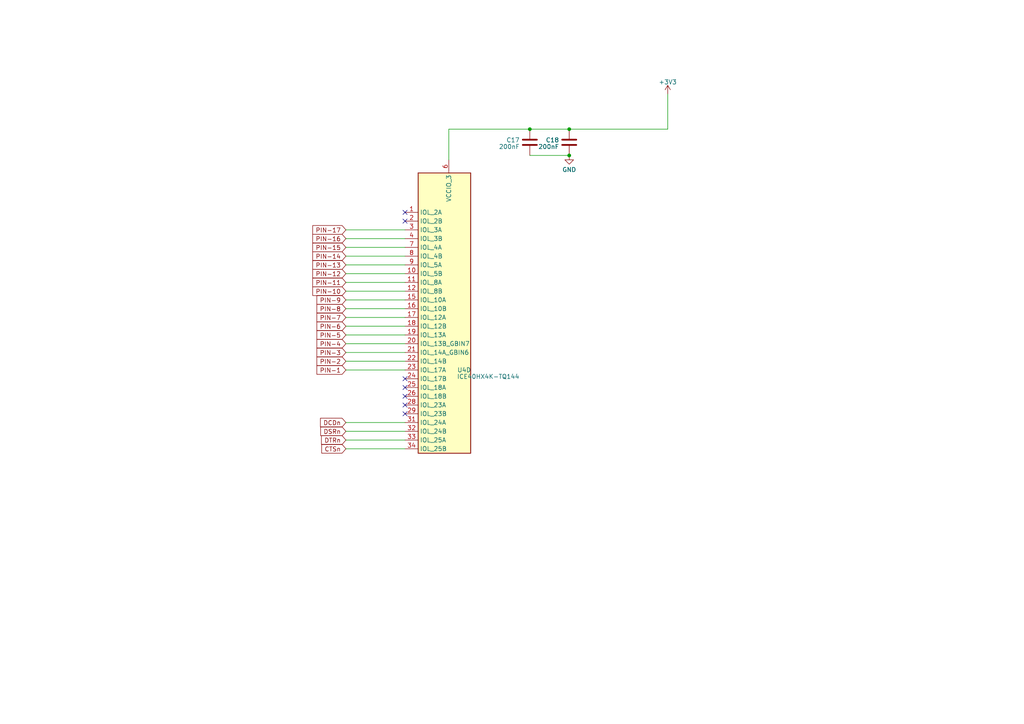
<source format=kicad_sch>
(kicad_sch (version 20230121) (generator eeschema)
  (paper "A4")
  (title_block (date "2023-04-25") (rev "V0.5") (company "Universal-Field-Objects"))
  (lib_symbols
    (symbol "Device:C" (pin_numbers hide) (pin_names (offset 0.254))
      (property "Reference" "C" (at 0.635 2.54 0))
      (property "Value" "C" (at 0.635 -2.54 0))
      (symbol "C_0_1"
        (polyline (pts (xy -2.032 -0.762) (xy 2.032 -0.762)) (stroke (width 0.508)))
        (polyline (pts (xy -2.032 0.762) (xy 2.032 0.762)) (stroke (width 0.508)))
      )
      (symbol "C_1_1"
        (pin passive line (at 0 3.81 270) (length 2.794) (name "~") (number "1"))
        (pin passive line (at 0 -3.81 90) (length 2.794) (name "~") (number "2"))
      )
    )
    (symbol "ICE40HX4K-TQ144_1"
      (property "Reference" "U4" (at 4.445 -15.24 0))
      (property "Value" "ICE40HX4K-TQ144" (at 11.43 -17.145 0))
      (symbol "ICE40HX4K-TQ144_1_1_1"
        (rectangle (start -8.89 41.91) (end 6.35 -36.83) (stroke (width 0.254)) (fill (type background)))
        (pin bidirectional line (at -12.7 30.48 0) (length 3.81) (name "IOT_168") (number "110"))
        (pin bidirectional line (at -12.7 27.94 0) (length 3.81) (name "IOT_169") (number "112"))
        (pin bidirectional line (at -12.7 25.4 0) (length 3.81) (name "IOT_170") (number "113"))
        (pin bidirectional line (at -12.7 22.86 0) (length 3.81) (name "IOT_171") (number "114"))
        (pin bidirectional line (at -12.7 20.32 0) (length 3.81) (name "IOT_172") (number "115"))
        (pin bidirectional line (at -12.7 17.78 0) (length 3.81) (name "IOT_173") (number "116"))
        (pin bidirectional line (at -12.7 15.24 0) (length 3.81) (name "IOT_174") (number "117"))
        (pin bidirectional line (at -12.7 12.7 0) (length 3.81) (name "IOT_177") (number "118"))
        (pin bidirectional line (at -12.7 10.16 0) (length 3.81) (name "IOT_178") (number "119"))
        (pin bidirectional line (at -12.7 7.62 0) (length 3.81) (name "IOT_179") (number "120"))
        (pin bidirectional line (at -12.7 5.08 0) (length 3.81) (name "IOT_181") (number "121"))
        (pin bidirectional line (at -12.7 2.54 0) (length 3.81) (name "IOT_190") (number "122"))
        (pin power_in line (at 0 45.72 270) (length 3.81) (name "VCCIO_0") (number "123"))
        (pin bidirectional line (at -12.7 0 0) (length 3.81) (name "IOT_191") (number "124"))
        (pin bidirectional line (at -12.7 -2.54 0) (length 3.81) (name "IOT_192") (number "125"))
        (pin bidirectional line (at -12.7 -5.08 0) (length 3.81) (name "IOT_197_GBIN1") (number "128"))
        (pin bidirectional line (at -12.7 -7.62 0) (length 3.81) (name "IOT_198_GBIN0") (number "129"))
        (pin bidirectional line (at -12.7 -10.16 0) (length 3.81) (name "IOT_206") (number "130"))
        (pin passive line (at 0 45.72 270) (length 3.81) hide (name "VCCIO_0") (number "131"))
        (pin bidirectional line (at -12.7 -12.7 0) (length 3.81) (name "IOT_212") (number "134"))
        (pin bidirectional line (at -12.7 -15.24 0) (length 3.81) (name "IOT_213") (number "135"))
        (pin bidirectional line (at -12.7 -17.78 0) (length 3.81) (name "IOT_214") (number "136"))
        (pin bidirectional line (at -12.7 -20.32 0) (length 3.81) (name "IOT_215") (number "137"))
        (pin bidirectional line (at -12.7 -22.86 0) (length 3.81) (name "IOT_216") (number "138"))
        (pin bidirectional line (at -12.7 -25.4 0) (length 3.81) (name "IOT_217") (number "139"))
        (pin bidirectional line (at -12.7 -27.94 0) (length 3.81) (name "IOT_219") (number "141"))
        (pin bidirectional line (at -12.7 -30.48 0) (length 3.81) (name "IOT_220") (number "142"))
        (pin bidirectional line (at -12.7 -33.02 0) (length 3.81) (name "IOT_221") (number "143"))
        (pin bidirectional line (at -12.7 -35.56 0) (length 3.81) (name "IOT_222") (number "144"))
      )
      (symbol "ICE40HX4K-TQ144_1_2_1"
        (rectangle (start -8.89 44.45) (end 6.35 -39.37) (stroke (width 0.254)) (fill (type background)))
        (pin passive line (at 0 48.26 270) (length 3.81) hide (name "VCCIO_1") (number "100"))
        (pin bidirectional line (at -12.7 -25.4 0) (length 3.81) (name "IOR_160") (number "101"))
        (pin bidirectional line (at -12.7 -27.94 0) (length 3.81) (name "IOR_161") (number "102"))
        (pin bidirectional line (at -12.7 -30.48 0) (length 3.81) (name "IOR_164") (number "104"))
        (pin bidirectional line (at -12.7 -33.02 0) (length 3.81) (name "IOR_165") (number "105"))
        (pin bidirectional line (at -12.7 -35.56 0) (length 3.81) (name "IOR_166") (number "106"))
        (pin bidirectional line (at -12.7 -38.1 0) (length 3.81) (name "IOR_167") (number "107"))
        (pin bidirectional line (at -12.7 33.02 0) (length 3.81) (name "IOR_109") (number "73"))
        (pin bidirectional line (at -12.7 30.48 0) (length 3.81) (name "IOR_110") (number "74"))
        (pin bidirectional line (at -12.7 27.94 0) (length 3.81) (name "IOR_111") (number "75"))
        (pin bidirectional line (at -12.7 25.4 0) (length 3.81) (name "IOR_112") (number "76"))
        (pin bidirectional line (at -12.7 22.86 0) (length 3.81) (name "IOR_114") (number "78"))
        (pin bidirectional line (at -12.7 20.32 0) (length 3.81) (name "IOR_115") (number "79"))
        (pin bidirectional line (at -12.7 17.78 0) (length 3.81) (name "IOR_116") (number "80"))
        (pin bidirectional line (at -12.7 15.24 0) (length 3.81) (name "IOR_117") (number "81"))
        (pin bidirectional line (at -12.7 12.7 0) (length 3.81) (name "IOR_118") (number "82"))
        (pin bidirectional line (at -12.7 10.16 0) (length 3.81) (name "IOR_119") (number "83"))
        (pin bidirectional line (at -12.7 7.62 0) (length 3.81) (name "IOR_120") (number "84"))
        (pin bidirectional line (at -12.7 5.08 0) (length 3.81) (name "IOR_128") (number "85"))
        (pin bidirectional line (at -12.7 2.54 0) (length 3.81) (name "IOR_136") (number "87"))
        (pin bidirectional line (at -12.7 0 0) (length 3.81) (name "IOR_137") (number "88"))
        (pin power_in line (at 0 48.26 270) (length 3.81) (name "VCCIO_1") (number "89"))
        (pin bidirectional line (at -12.7 -2.54 0) (length 3.81) (name "IOR_138") (number "90"))
        (pin bidirectional line (at -12.7 -5.08 0) (length 3.81) (name "IOR_139") (number "91"))
        (pin bidirectional line (at -12.7 -7.62 0) (length 3.81) (name "IOR_140_GBIN3") (number "93"))
        (pin bidirectional line (at -12.7 -10.16 0) (length 3.81) (name "IOR_141_GBIN2") (number "94"))
        (pin bidirectional line (at -12.7 -12.7 0) (length 3.81) (name "IOR_144") (number "95"))
        (pin bidirectional line (at -12.7 -15.24 0) (length 3.81) (name "IOR_146") (number "96"))
        (pin bidirectional line (at -12.7 -17.78 0) (length 3.81) (name "IOR_147") (number "97"))
        (pin bidirectional line (at -12.7 -20.32 0) (length 3.81) (name "IOR_148") (number "98"))
        (pin bidirectional line (at -12.7 -22.86 0) (length 3.81) (name "IOR_152") (number "99"))
      )
      (symbol "ICE40HX4K-TQ144_1_3_1"
        (rectangle (start -8.89 31.75) (end 7.62 -26.67) (stroke (width 0.254)) (fill (type background)))
        (pin bidirectional line (at -12.7 20.32 0) (length 3.81) (name "IOB_56") (number "37"))
        (pin bidirectional line (at -12.7 17.78 0) (length 3.81) (name "IOB_57") (number "38"))
        (pin bidirectional line (at -12.7 15.24 0) (length 3.81) (name "IOB_61") (number "39"))
        (pin bidirectional line (at -12.7 12.7 0) (length 3.81) (name "IOB_63") (number "41"))
        (pin bidirectional line (at -12.7 10.16 0) (length 3.81) (name "IOB_64") (number "42"))
        (pin bidirectional line (at -12.7 7.62 0) (length 3.81) (name "IOB_71") (number "43"))
        (pin bidirectional line (at -12.7 5.08 0) (length 3.81) (name "IOB_72") (number "44"))
        (pin bidirectional line (at -12.7 2.54 0) (length 3.81) (name "IOB_73") (number "45"))
        (pin power_in line (at 0 35.56 270) (length 3.81) (name "VCCIO_2") (number "46"))
        (pin bidirectional line (at -12.7 0 0) (length 3.81) (name "IOB_79") (number "47"))
        (pin bidirectional line (at -12.7 -2.54 0) (length 3.81) (name "IOB_80") (number "48"))
        (pin bidirectional line (at -12.7 -5.08 0) (length 3.81) (name "IOB_81_GBIN5") (number "49"))
        (pin bidirectional line (at -12.7 -7.62 0) (length 3.81) (name "IOB_82_GBIN4") (number "52"))
        (pin bidirectional line (at -12.7 -10.16 0) (length 3.81) (name "IOB_91") (number "55"))
        (pin bidirectional line (at -12.7 -12.7 0) (length 3.81) (name "IOB_94") (number "56"))
        (pin passive line (at 0 35.56 270) (length 3.81) hide (name "VCCIO_2") (number "57"))
        (pin bidirectional line (at -12.7 -15.24 0) (length 3.81) (name "IOB_95") (number "60"))
        (pin bidirectional line (at -12.7 -17.78 0) (length 3.81) (name "IOB_96") (number "61"))
        (pin bidirectional line (at -12.7 -20.32 0) (length 3.81) (name "IOB_102") (number "62"))
        (pin bidirectional line (at -12.7 -22.86 0) (length 3.81) (name "IOB_103_CBSEL0") (number "63"))
        (pin bidirectional line (at -12.7 -25.4 0) (length 3.81) (name "IOB_104_CBSEL1") (number "64"))
      )
      (symbol "ICE40HX4K-TQ144_1_4_1"
        (rectangle (start -8.89 41.91) (end 6.35 -39.37) (stroke (width 0.254)) (fill (type background)))
        (pin bidirectional line (at -12.7 30.48 0) (length 3.81) (name "IOL_2A") (number "1"))
        (pin bidirectional line (at -12.7 12.7 0) (length 3.81) (name "IOL_5B") (number "10"))
        (pin bidirectional line (at -12.7 10.16 0) (length 3.81) (name "IOL_8A") (number "11"))
        (pin bidirectional line (at -12.7 7.62 0) (length 3.81) (name "IOL_8B") (number "12"))
        (pin bidirectional line (at -12.7 5.08 0) (length 3.81) (name "IOL_10A") (number "15"))
        (pin bidirectional line (at -12.7 2.54 0) (length 3.81) (name "IOL_10B") (number "16"))
        (pin bidirectional line (at -12.7 0 0) (length 3.81) (name "IOL_12A") (number "17"))
        (pin bidirectional line (at -12.7 -2.54 0) (length 3.81) (name "IOL_12B") (number "18"))
        (pin bidirectional line (at -12.7 -5.08 0) (length 3.81) (name "IOL_13A") (number "19"))
        (pin bidirectional line (at -12.7 27.94 0) (length 3.81) (name "IOL_2B") (number "2"))
        (pin bidirectional line (at -12.7 -7.62 0) (length 3.81) (name "IOL_13B_GBIN7") (number "20"))
        (pin bidirectional line (at -12.7 -10.16 0) (length 3.81) (name "IOL_14A_GBIN6") (number "21"))
        (pin bidirectional line (at -12.7 -12.7 0) (length 3.81) (name "IOL_14B") (number "22"))
        (pin bidirectional line (at -12.7 -15.24 0) (length 3.81) (name "IOL_17A") (number "23"))
        (pin bidirectional line (at -12.7 -17.78 0) (length 3.81) (name "IOL_17B") (number "24"))
        (pin bidirectional line (at -12.7 -20.32 0) (length 3.81) (name "IOL_18A") (number "25"))
        (pin bidirectional line (at -12.7 -22.86 0) (length 3.81) (name "IOL_18B") (number "26"))
        (pin bidirectional line (at -12.7 -25.4 0) (length 3.81) (name "IOL_23A") (number "28"))
        (pin bidirectional line (at -12.7 -27.94 0) (length 3.81) (name "IOL_23B") (number "29"))
        (pin bidirectional line (at -12.7 25.4 0) (length 3.81) (name "IOL_3A") (number "3"))
        (pin passive line (at 0 45.72 270) (length 3.81) hide (name "VCCIO_3") (number "30"))
        (pin bidirectional line (at -12.7 -30.48 0) (length 3.81) (name "IOL_24A") (number "31"))
        (pin bidirectional line (at -12.7 -33.02 0) (length 3.81) (name "IOL_24B") (number "32"))
        (pin bidirectional line (at -12.7 -35.56 0) (length 3.81) (name "IOL_25A") (number "33"))
        (pin bidirectional line (at -12.7 -38.1 0) (length 3.81) (name "IOL_25B") (number "34"))
        (pin bidirectional line (at -12.7 22.86 0) (length 3.81) (name "IOL_3B") (number "4"))
        (pin power_in line (at 0 45.72 270) (length 3.81) (name "VCCIO_3") (number "6"))
        (pin bidirectional line (at -12.7 20.32 0) (length 3.81) (name "IOL_4A") (number "7"))
        (pin bidirectional line (at -12.7 17.78 0) (length 3.81) (name "IOL_4B") (number "8"))
        (pin bidirectional line (at -12.7 15.24 0) (length 3.81) (name "IOL_5A") (number "9"))
      )
      (symbol "ICE40HX4K-TQ144_1_5_1"
        (rectangle (start -11.43 13.97) (end 13.97 -13.97) (stroke (width 0.254)) (fill (type background)))
        (pin passive line (at 0 -17.78 90) (length 3.81) hide (name "GND") (number "103"))
        (pin power_in line (at 0 17.78 270) (length 3.81) (name "VPP_2V5") (number "108"))
        (pin power_in line (at -2.54 17.78 270) (length 3.81) (name "VPP_FAST") (number "109"))
        (pin passive line (at 2.54 17.78 270) (length 3.81) hide (name "VCC") (number "111"))
        (pin power_in line (at 17.78 8.89 180) (length 3.81) (name "VCCPLL1") (number "126"))
        (pin power_in line (at 17.78 1.27 180) (length 3.81) (name "GNDPLL1") (number "127"))
        (pin passive line (at 0 -17.78 90) (length 3.81) hide (name "GND") (number "13"))
        (pin passive line (at 0 -17.78 90) (length 3.81) hide (name "GND") (number "132"))
        (pin passive line (at 0 -17.78 90) (length 3.81) hide (name "GND") (number "14"))
        (pin passive line (at 0 -17.78 90) (length 3.81) hide (name "GND") (number "140"))
        (pin power_in line (at 2.54 17.78 270) (length 3.81) (name "VCC") (number "27"))
        (pin passive line (at 2.54 17.78 270) (length 3.81) hide (name "VCC") (number "40"))
        (pin power_in line (at 0 -17.78 90) (length 3.81) (name "GND") (number "5"))
        (pin power_in line (at 17.78 -11.43 180) (length 3.81) (name "GNDPLL0") (number "53"))
        (pin power_in line (at 17.78 -3.81 180) (length 3.81) (name "VCCPLL0") (number "54"))
        (pin passive line (at 0 -17.78 90) (length 3.81) hide (name "GND") (number "59"))
        (pin open_collector line (at 17.78 12.7 180) (length 3.81) (name "CDONE") (number "65"))
        (pin input line (at -15.24 -10.16 0) (length 3.81) (name "~{CRESET}") (number "66"))
        (pin bidirectional line (at -15.24 2.54 0) (length 3.81) (name "IOB_105_SDO") (number "67"))
        (pin bidirectional line (at -15.24 0 0) (length 3.81) (name "IOB_106_SDI") (number "68"))
        (pin passive line (at 0 -17.78 90) (length 3.81) hide (name "GND") (number "69"))
        (pin bidirectional line (at -15.24 -2.54 0) (length 3.81) (name "IOB_107_SCK") (number "70"))
        (pin bidirectional line (at -15.24 -5.08 0) (length 3.81) (name "IOB_108_SS") (number "71"))
        (pin power_in line (at -7.62 17.78 270) (length 3.81) (name "VCC_SPI") (number "72"))
        (pin passive line (at 0 -17.78 90) (length 3.81) hide (name "GND") (number "86"))
        (pin passive line (at 2.54 17.78 270) (length 3.81) hide (name "VCC") (number "92"))
      )
    )
    (symbol "power:+3V3" (power) (pin_names (offset 0))
      (property "Value" "+3V3" (at 0 3.556 0))
      (symbol "+3V3_0_1"
        (polyline (pts (xy -0.762 1.27) (xy 0 2.54)))
        (polyline (pts (xy 0 0) (xy 0 2.54)))
        (polyline (pts (xy 0 2.54) (xy 0.762 1.27)))
      )
      (symbol "+3V3_1_1"
        (pin power_in line (at 0 0 90) (length 0) hide (name "+3V3") (number "1"))
      )
    )
    (symbol "power:GND" (power) (pin_names (offset 0))
      (property "Value" "GND" (at 0 -3.81 0))
      (symbol "GND_0_1"
        (polyline (pts (xy 0 0) (xy 0 -1.27) (xy 1.27 -1.27) (xy 0 -2.54) (xy -1.27 -1.27) (xy 0 -1.27)))
      )
      (symbol "GND_1_1"
        (pin power_in line (at 0 0 270) (length 0) hide (name "GND") (number "1"))
      )
    )
  )
  (junction (at 165.1 37.465))
  (junction (at 165.1 45.085))
  (junction (at 153.67 37.465))
  (no_connect (at 117.475 114.935))
  (no_connect (at 117.475 112.395))
  (no_connect (at 117.475 109.855))
  (no_connect (at 117.475 120.015))
  (no_connect (at 117.475 117.475))
  (no_connect (at 117.475 64.135))
  (no_connect (at 117.475 61.595))
  (wire (pts (xy 153.67 37.465) (xy 165.1 37.465)))
  (wire (pts (xy 100.33 107.315) (xy 117.475 107.315)))
  (wire (pts (xy 100.33 69.215) (xy 117.475 69.215)))
  (wire (pts (xy 100.33 104.775) (xy 117.475 104.775)))
  (wire (pts (xy 100.33 71.755) (xy 117.475 71.755)))
  (wire (pts (xy 100.33 76.835) (xy 117.475 76.835)))
  (wire (pts (xy 100.33 89.535) (xy 117.475 89.535)))
  (wire (pts (xy 100.33 79.375) (xy 117.475 79.375)))
  (wire (pts (xy 100.33 97.155) (xy 117.475 97.155)))
  (wire (pts (xy 100.33 66.675) (xy 117.475 66.675)))
  (wire (pts (xy 100.33 125.095) (xy 117.475 125.095)))
  (wire (pts (xy 100.33 92.075) (xy 117.475 92.075)))
  (wire (pts (xy 153.67 45.085) (xy 165.1 45.085)))
  (wire (pts (xy 100.33 84.455) (xy 117.475 84.455)))
  (wire (pts (xy 100.33 130.175) (xy 117.475 130.175)))
  (wire (pts (xy 130.175 37.465) (xy 153.67 37.465)))
  (wire (pts (xy 100.33 127.635) (xy 117.475 127.635)))
  (wire (pts (xy 100.33 99.695) (xy 117.475 99.695)))
  (wire (pts (xy 100.33 102.235) (xy 117.475 102.235)))
  (wire (pts (xy 130.175 37.465) (xy 130.175 46.355)))
  (wire (pts (xy 165.1 37.465) (xy 193.675 37.465)))
  (wire (pts (xy 100.33 81.915) (xy 117.475 81.915)))
  (wire (pts (xy 100.33 122.555) (xy 117.475 122.555)))
  (wire (pts (xy 100.33 86.995) (xy 117.475 86.995)))
  (wire (pts (xy 100.33 74.295) (xy 117.475 74.295)))
  (wire (pts (xy 100.33 94.615) (xy 117.475 94.615)))
  (wire (pts (xy 193.675 27.305) (xy 193.675 37.465)))
  (global_label "DTRn" (shape input) (at 100.33 127.635 180) (property "Intersheetrefs" "${INTERSHEET_REFS}" (effects hide)))
  (global_label "PIN-17" (shape input) (at 100.33 66.675 180) (property "Intersheetrefs" "${INTERSHEET_REFS}" (effects hide)))
  (global_label "PIN-6" (shape input) (at 100.33 94.615 180) (property "Intersheetrefs" "${INTERSHEET_REFS}" (effects hide)))
  (global_label "PIN-2" (shape input) (at 100.33 104.775 180) (property "Intersheetrefs" "${INTERSHEET_REFS}" (effects hide)))
  (global_label "PIN-9" (shape input) (at 100.33 86.995 180) (property "Intersheetrefs" "${INTERSHEET_REFS}" (effects hide)))
  (global_label "PIN-13" (shape input) (at 100.33 76.835 180) (property "Intersheetrefs" "${INTERSHEET_REFS}" (effects hide)))
  (global_label "PIN-16" (shape input) (at 100.33 69.215 180) (property "Intersheetrefs" "${INTERSHEET_REFS}" (effects hide)))
  (global_label "PIN-11" (shape input) (at 100.33 81.915 180) (property "Intersheetrefs" "${INTERSHEET_REFS}" (effects hide)))
  (global_label "PIN-10" (shape input) (at 100.33 84.455 180) (property "Intersheetrefs" "${INTERSHEET_REFS}" (effects hide)))
  (global_label "PIN-8" (shape input) (at 100.33 89.535 180) (property "Intersheetrefs" "${INTERSHEET_REFS}" (effects hide)))
  (global_label "DCDn" (shape input) (at 100.33 122.555 180) (property "Intersheetrefs" "${INTERSHEET_REFS}" (effects hide)))
  (global_label "PIN-15" (shape input) (at 100.33 71.755 180) (property "Intersheetrefs" "${INTERSHEET_REFS}" (effects hide)))
  (global_label "PIN-5" (shape input) (at 100.33 97.155 180) (property "Intersheetrefs" "${INTERSHEET_REFS}" (effects hide)))
  (global_label "PIN-14" (shape input) (at 100.33 74.295 180) (property "Intersheetrefs" "${INTERSHEET_REFS}" (effects hide)))
  (global_label "PIN-1" (shape input) (at 100.33 107.315 180) (property "Intersheetrefs" "${INTERSHEET_REFS}" (effects hide)))
  (global_label "PIN-4" (shape input) (at 100.33 99.695 180) (property "Intersheetrefs" "${INTERSHEET_REFS}" (effects hide)))
  (global_label "PIN-7" (shape input) (at 100.33 92.075 180) (property "Intersheetrefs" "${INTERSHEET_REFS}" (effects hide)))
  (global_label "PIN-3" (shape input) (at 100.33 102.235 180) (property "Intersheetrefs" "${INTERSHEET_REFS}" (effects hide)))
  (global_label "CTSn" (shape input) (at 100.33 130.175 180) (property "Intersheetrefs" "${INTERSHEET_REFS}" (effects hide)))
  (global_label "PIN-12" (shape input) (at 100.33 79.375 180) (property "Intersheetrefs" "${INTERSHEET_REFS}" (effects hide)))
  (global_label "DSRn" (shape input) (at 100.33 125.095 180) (property "Intersheetrefs" "${INTERSHEET_REFS}" (effects hide)))
  (symbol (lib_id "Device:C") (at 165.1 41.275 0) (mirror y) (unit 1)
    (property "Reference" "C18" (at 162.179 40.6313 0) (effects (justify left)))
    (property "Value" "200nF" (at 162.179 42.5523 0) (effects (justify left)))
    (property "Footprint" "Capacitor_SMD:C_0603_1608Metric_Pad1.08x0.95mm_HandSolder" (effects hide))
  )
  (symbol (lib_name "ICE40HX4K-TQ144_1") (lib_id "FPGA_Lattice:ICE40HX4K-TQ144") (at 130.175 92.075 0) (unit 4)
    (property "Reference" "U4" (at 134.62 107.315 0))
    (property "Value" "ICE40HX4K-TQ144" (at 141.605 109.22 0))
    (property "Footprint" "Package_QFP:TQFP-144_20x20mm_P0.5mm" (effects hide))
    (property "Datasheet" "http://www.latticesemi.com/Products/FPGAandCPLD/iCE40" (effects hide))
  )
  (symbol (lib_id "power:GND") (at 165.1 45.085 0) (unit 1)
    (property "Reference" "#PWR0101" (effects hide))
    (property "Value" "GND" (at 165.1 49.2205 0))
  )
  (symbol (lib_id "power:+3V3") (at 193.675 27.305 0) (unit 1)
    (property "Reference" "#PWR062" (effects hide))
    (property "Value" "+3V3" (at 193.675 23.8031 0))
    (instances (project "UFO-FPGA" (path "" (reference "#PWR062") (unit 1)) (path "" (reference "#PWR077") (unit 1))))
  )
  (symbol (lib_id "Device:C") (at 153.67 41.275 0) (mirror y) (unit 1)
    (property "Reference" "C17" (at 150.749 40.6313 0) (effects (justify left)))
    (property "Value" "200nF" (at 150.749 42.5523 0) (effects (justify left)))
    (property "Footprint" "Capacitor_SMD:C_0603_1608Metric_Pad1.08x0.95mm_HandSolder" (effects hide))
  )
)
</source>
